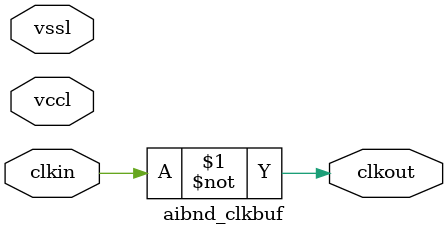
<source format=v>
module aibnd_clkbuf(	// file.cleaned.mlir:2:3
  inout  vccl,	// file.cleaned.mlir:2:33
         vssl,	// file.cleaned.mlir:2:51
  input  clkin,	// file.cleaned.mlir:2:66
  output clkout	// file.cleaned.mlir:2:83
);

  assign clkout = ~clkin;	// file.cleaned.mlir:4:10, :5:5
endmodule


</source>
